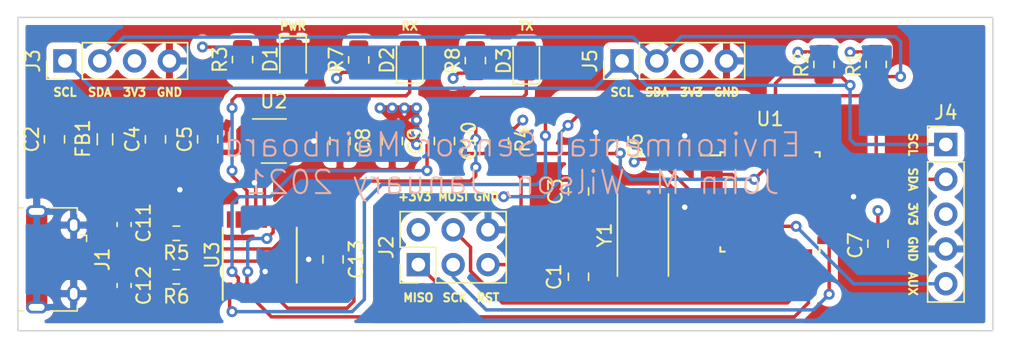
<source format=kicad_pcb>
(kicad_pcb (version 20171130) (host pcbnew "(5.1.9)-1")
  (layers (0 F.Cu signal) (1 "In1.Cu_(PWR)" power) (2 "In2.Cu_(GND)" power) (31 B.Cu signal) (34 B.Paste user) (35 F.Paste user) (36 B.SilkS user) (37 F.SilkS user) (38 B.Mask user) (39 F.Mask user) (44 Edge.Cuts user))
  (net 0 "")
  (net 1 GND)
  (net 2 XTAL2)
  (net 3 XTAL1)
  (net 4 FT_VCC)
  (net 5 ~RTS)
  (net 6 ~RST)
  (net 7 D-)
  (net 8 D+)
  (net 9 FT_GND)
  (net 10 "Net-(D1-Pad2)")
  (net 11 "Net-(D2-Pad2)")
  (net 12 RX_LED)
  (net 13 TX_LED)
  (net 14 "Net-(D3-Pad2)")
  (net 15 MISO)
  (net 16 SCK)
  (net 17 MOSI)
  (net 18 SCL)
  (net 19 SDA)
  (net 20 "Net-(R5-Pad1)")
  (net 21 "Net-(R6-Pad1)")
  (net 22 "Net-(U1-Pad1)")
  (net 23 "Net-(U1-Pad3)")
  (net 24 "Net-(U1-Pad6)")
  (net 25 "Net-(U1-Pad12)")
  (net 26 "Net-(U1-Pad13)")
  (net 27 "Net-(U1-Pad14)")
  (net 28 "Net-(U1-Pad19)")
  (net 29 "Net-(U1-Pad20)")
  (net 30 "Net-(U1-Pad22)")
  (net 31 "Net-(U1-Pad23)")
  (net 32 "Net-(U1-Pad24)")
  (net 33 "Net-(U1-Pad25)")
  (net 34 "Net-(U1-Pad26)")
  (net 35 TXD)
  (net 36 RXD)
  (net 37 "Net-(U1-Pad32)")
  (net 38 "Net-(U2-Pad4)")
  (net 39 "Net-(U3-Pad6)")
  (net 40 "Net-(U3-Pad15)")
  (net 41 "Net-(U3-Pad16)")
  (net 42 "Net-(C2-Pad1)")
  (net 43 +3V3)
  (net 44 AUX)
  (net 45 "Net-(U1-Pad9)")
  (net 46 "Net-(U1-Pad10)")
  (net 47 "Net-(U1-Pad11)")
  (module Connector_PinHeader_2.54mm:PinHeader_1x05_P2.54mm_Vertical (layer F.Cu) (at 136.271 117.221)
    (fp_text reference J4 (at 0 -2.33) (layer F.SilkS))
    (fp_text value Conn_01x05)
    (pad 5 thru_hole oval (at 0 10.16) (size 1.7 1.7) (drill 1) (layers *.Cu *.Mask) (net 44 AUX))
    (pad 4 thru_hole oval (at 0 7.62) (size 1.7 1.7) (drill 1) (layers *.Cu *.Mask) (net 1 GND))
    (pad 3 thru_hole oval (at 0 5.08) (size 1.7 1.7) (drill 1) (layers *.Cu *.Mask) (net 43 +3V3))
    (pad 2 thru_hole oval (at 0 2.54) (size 1.7 1.7) (drill 1) (layers *.Cu *.Mask) (net 19 SDA))
    (pad 1 thru_hole rect (at 0 0) (size 1.7 1.7) (drill 1) (layers *.Cu *.Mask) (net 18 SCL))
  )
  (module Connector_PinHeader_2.54mm:PinHeader_1x04_P2.54mm_Vertical (layer F.Cu) (at 112.649 111.125 90)
    (fp_text reference J5 (at 0 -2.33 90) (layer F.SilkS))
    (fp_text value Conn_01x04)
    (pad 4 thru_hole oval (at 0 7.62 90) (size 1.7 1.7) (drill 1) (layers *.Cu *.Mask) (net 1 GND))
    (pad 3 thru_hole oval (at 0 5.08 90) (size 1.7 1.7) (drill 1) (layers *.Cu *.Mask) (net 43 +3V3))
    (pad 2 thru_hole oval (at 0 2.54 90) (size 1.7 1.7) (drill 1) (layers *.Cu *.Mask) (net 19 SDA))
    (pad 1 thru_hole rect (at 0 0 90) (size 1.7 1.7) (drill 1) (layers *.Cu *.Mask) (net 18 SCL))
  )
  (module Package_QFP:TQFP-32_7x7mm_P0.8mm (layer F.Cu) (at 123.444 121.412)
    (fp_text reference U1 (at 0 -6.05) (layer F.SilkS))
    (fp_text value ATmega328PB-AU)
    (pad 1 smd rect (at -4.25 -2.8) (size 1.6 0.55) (layers F.Cu F.Paste F.Mask) (net 22 "Net-(U1-Pad1)"))
    (pad 2 smd rect (at -4.25 -2) (size 1.6 0.55) (layers F.Cu F.Paste F.Mask) (net 44 AUX))
    (pad 3 smd rect (at -4.25 -1.2) (size 1.6 0.55) (layers F.Cu F.Paste F.Mask) (net 23 "Net-(U1-Pad3)"))
    (pad 4 smd rect (at -4.25 -0.4) (size 1.6 0.55) (layers F.Cu F.Paste F.Mask) (net 43 +3V3))
    (pad 5 smd rect (at -4.25 0.4) (size 1.6 0.55) (layers F.Cu F.Paste F.Mask) (net 1 GND))
    (pad 6 smd rect (at -4.25 1.2) (size 1.6 0.55) (layers F.Cu F.Paste F.Mask) (net 24 "Net-(U1-Pad6)"))
    (pad 7 smd rect (at -4.25 2) (size 1.6 0.55) (layers F.Cu F.Paste F.Mask) (net 3 XTAL1))
    (pad 8 smd rect (at -4.25 2.8) (size 1.6 0.55) (layers F.Cu F.Paste F.Mask) (net 2 XTAL2))
    (pad 9 smd rect (at -2.8 4.25 90) (size 1.6 0.55) (layers F.Cu F.Paste F.Mask) (net 45 "Net-(U1-Pad9)"))
    (pad 10 smd rect (at -2 4.25 90) (size 1.6 0.55) (layers F.Cu F.Paste F.Mask) (net 46 "Net-(U1-Pad10)"))
    (pad 11 smd rect (at -1.2 4.25 90) (size 1.6 0.55) (layers F.Cu F.Paste F.Mask) (net 47 "Net-(U1-Pad11)"))
    (pad 12 smd rect (at -0.4 4.25 90) (size 1.6 0.55) (layers F.Cu F.Paste F.Mask) (net 25 "Net-(U1-Pad12)"))
    (pad 13 smd rect (at 0.4 4.25 90) (size 1.6 0.55) (layers F.Cu F.Paste F.Mask) (net 26 "Net-(U1-Pad13)"))
    (pad 14 smd rect (at 1.2 4.25 90) (size 1.6 0.55) (layers F.Cu F.Paste F.Mask) (net 27 "Net-(U1-Pad14)"))
    (pad 15 smd rect (at 2 4.25 90) (size 1.6 0.55) (layers F.Cu F.Paste F.Mask) (net 17 MOSI))
    (pad 16 smd rect (at 2.8 4.25 90) (size 1.6 0.55) (layers F.Cu F.Paste F.Mask) (net 15 MISO))
    (pad 17 smd rect (at 4.25 2.8) (size 1.6 0.55) (layers F.Cu F.Paste F.Mask) (net 16 SCK))
    (pad 18 smd rect (at 4.25 2) (size 1.6 0.55) (layers F.Cu F.Paste F.Mask) (net 43 +3V3))
    (pad 19 smd rect (at 4.25 1.2) (size 1.6 0.55) (layers F.Cu F.Paste F.Mask) (net 28 "Net-(U1-Pad19)"))
    (pad 20 smd rect (at 4.25 0.4) (size 1.6 0.55) (layers F.Cu F.Paste F.Mask) (net 29 "Net-(U1-Pad20)"))
    (pad 21 smd rect (at 4.25 -0.4) (size 1.6 0.55) (layers F.Cu F.Paste F.Mask) (net 1 GND))
    (pad 22 smd rect (at 4.25 -1.2) (size 1.6 0.55) (layers F.Cu F.Paste F.Mask) (net 30 "Net-(U1-Pad22)"))
    (pad 23 smd rect (at 4.25 -2) (size 1.6 0.55) (layers F.Cu F.Paste F.Mask) (net 31 "Net-(U1-Pad23)"))
    (pad 24 smd rect (at 4.25 -2.8) (size 1.6 0.55) (layers F.Cu F.Paste F.Mask) (net 32 "Net-(U1-Pad24)"))
    (pad 25 smd rect (at 2.8 -4.25 90) (size 1.6 0.55) (layers F.Cu F.Paste F.Mask) (net 33 "Net-(U1-Pad25)"))
    (pad 26 smd rect (at 2 -4.25 90) (size 1.6 0.55) (layers F.Cu F.Paste F.Mask) (net 34 "Net-(U1-Pad26)"))
    (pad 27 smd rect (at 1.2 -4.25 90) (size 1.6 0.55) (layers F.Cu F.Paste F.Mask) (net 19 SDA))
    (pad 28 smd rect (at 0.4 -4.25 90) (size 1.6 0.55) (layers F.Cu F.Paste F.Mask) (net 18 SCL))
    (pad 29 smd rect (at -0.4 -4.25 90) (size 1.6 0.55) (layers F.Cu F.Paste F.Mask) (net 6 ~RST))
    (pad 30 smd rect (at -1.2 -4.25 90) (size 1.6 0.55) (layers F.Cu F.Paste F.Mask) (net 35 TXD))
    (pad 31 smd rect (at -2 -4.25 90) (size 1.6 0.55) (layers F.Cu F.Paste F.Mask) (net 36 RXD))
    (pad 32 smd rect (at -2.8 -4.25 90) (size 1.6 0.55) (layers F.Cu F.Paste F.Mask) (net 37 "Net-(U1-Pad32)"))
  )
  (module Connector_PinHeader_2.54mm:PinHeader_1x04_P2.54mm_Vertical (layer F.Cu) (at 72.009 111.125 90)
    (fp_text reference J3 (at 0 -2.33 90) (layer F.SilkS))
    (fp_text value Conn_01x04)
    (pad 1 thru_hole rect (at 0 0 90) (size 1.7 1.7) (drill 1) (layers *.Cu *.Mask) (net 18 SCL))
    (pad 2 thru_hole oval (at 0 2.54 90) (size 1.7 1.7) (drill 1) (layers *.Cu *.Mask) (net 19 SDA))
    (pad 3 thru_hole oval (at 0 5.08 90) (size 1.7 1.7) (drill 1) (layers *.Cu *.Mask) (net 43 +3V3))
    (pad 4 thru_hole oval (at 0 7.62 90) (size 1.7 1.7) (drill 1) (layers *.Cu *.Mask) (net 1 GND))
  )
  (module Capacitor_SMD:C_0603_1608Metric (layer F.Cu) (at 76.327 123.063 90)
    (fp_text reference C11 (at 0.126835 1.419762 90) (layer F.SilkS))
    (fp_text value 47pF)
    (pad 1 smd roundrect (at -0.775 0 90) (size 0.9 0.95) (layers F.Cu F.Paste F.Mask) (net 7 D-))
    (pad 2 smd roundrect (at 0.775 0 90) (size 0.9 0.95) (layers F.Cu F.Paste F.Mask) (net 1 GND))
  )
  (module Capacitor_SMD:C_0805_2012Metric (layer F.Cu) (at 99.695 116.967 90)
    (fp_text reference C10 (at 0 1.778 90) (layer F.SilkS))
    (fp_text value 0.1uF)
    (pad 2 smd roundrect (at 0.95 0 90) (size 1 1.45) (layers F.Cu F.Paste F.Mask) (net 5 ~RTS))
    (pad 1 smd roundrect (at -0.95 0 90) (size 1 1.45) (layers F.Cu F.Paste F.Mask) (net 6 ~RST))
  )
  (module Capacitor_SMD:C_0805_2012Metric (layer F.Cu) (at 115.316 117.348 90)
    (fp_text reference C6 (at 0 -1.68 90) (layer F.SilkS))
    (fp_text value 0.1uF)
    (pad 1 smd roundrect (at -0.95 0 90) (size 1 1.45) (layers F.Cu F.Paste F.Mask) (net 43 +3V3))
    (pad 2 smd roundrect (at 0.95 0 90) (size 1 1.45) (layers F.Cu F.Paste F.Mask) (net 1 GND))
  )
  (module Capacitor_SMD:C_0805_2012Metric (layer F.Cu) (at 92.075 116.967 270)
    (fp_text reference C8 (at 0 -1.68 90) (layer F.SilkS))
    (fp_text value 2.2uF)
    (pad 2 smd roundrect (at 0.95 0 270) (size 1 1.45) (layers F.Cu F.Paste F.Mask) (net 1 GND))
    (pad 1 smd roundrect (at -0.95 0 270) (size 1 1.45) (layers F.Cu F.Paste F.Mask) (net 43 +3V3))
  )
  (module Capacitor_SMD:C_0805_2012Metric (layer F.Cu) (at 109.474 120.65 90)
    (fp_text reference C3 (at 0 -1.68 90) (layer F.SilkS))
    (fp_text value 18p)
    (pad 2 smd roundrect (at 0.95 0 90) (size 1 1.45) (layers F.Cu F.Paste F.Mask) (net 1 GND))
    (pad 1 smd roundrect (at -0.95 0 90) (size 1 1.45) (layers F.Cu F.Paste F.Mask) (net 3 XTAL1))
  )
  (module Capacitor_SMD:C_0805_2012Metric (layer F.Cu) (at 95.885 116.967 270)
    (fp_text reference C9 (at 0 -1.68 90) (layer F.SilkS))
    (fp_text value 0.1uF)
    (pad 1 smd roundrect (at -0.95 0 270) (size 1 1.45) (layers F.Cu F.Paste F.Mask) (net 43 +3V3))
    (pad 2 smd roundrect (at 0.95 0 270) (size 1 1.45) (layers F.Cu F.Paste F.Mask) (net 1 GND))
  )
  (module Package_SO:SSOP-16_3.9x4.9mm_P0.635mm (layer F.Cu) (at 86.244068 125.294513 90)
    (fp_text reference U3 (at 0 -3.5 90) (layer F.SilkS))
    (fp_text value FT230XS)
    (pad 1 smd rect (at -2.6 -2.2225 90) (size 1.2 0.4) (layers F.Cu F.Paste F.Mask) (net 35 TXD))
    (pad 2 smd rect (at -2.6 -1.5875 90) (size 1.2 0.4) (layers F.Cu F.Paste F.Mask) (net 5 ~RTS))
    (pad 3 smd rect (at -2.6 -0.9525 90) (size 1.2 0.4) (layers F.Cu F.Paste F.Mask) (net 9 FT_GND))
    (pad 4 smd rect (at -2.6 -0.3175 90) (size 1.2 0.4) (layers F.Cu F.Paste F.Mask) (net 36 RXD))
    (pad 5 smd rect (at -2.6 0.3175 90) (size 1.2 0.4) (layers F.Cu F.Paste F.Mask) (net 1 GND))
    (pad 6 smd rect (at -2.6 0.9525 90) (size 1.2 0.4) (layers F.Cu F.Paste F.Mask) (net 39 "Net-(U3-Pad6)"))
    (pad 7 smd rect (at -2.6 1.5875 90) (size 1.2 0.4) (layers F.Cu F.Paste F.Mask) (net 13 TX_LED))
    (pad 8 smd rect (at -2.6 2.2225 90) (size 1.2 0.4) (layers F.Cu F.Paste F.Mask) (net 21 "Net-(R6-Pad1)"))
    (pad 9 smd rect (at 2.6 2.2225 90) (size 1.2 0.4) (layers F.Cu F.Paste F.Mask) (net 20 "Net-(R5-Pad1)"))
    (pad 10 smd rect (at 2.6 1.5875 90) (size 1.2 0.4) (layers F.Cu F.Paste F.Mask) (net 9 FT_GND))
    (pad 11 smd rect (at 2.6 0.9525 90) (size 1.2 0.4) (layers F.Cu F.Paste F.Mask) (net 9 FT_GND))
    (pad 12 smd rect (at 2.6 0.3175 90) (size 1.2 0.4) (layers F.Cu F.Paste F.Mask) (net 4 FT_VCC))
    (pad 13 smd rect (at 2.6 -0.3175 90) (size 1.2 0.4) (layers F.Cu F.Paste F.Mask) (net 1 GND))
    (pad 14 smd rect (at 2.6 -0.9525 90) (size 1.2 0.4) (layers F.Cu F.Paste F.Mask) (net 12 RX_LED))
    (pad 15 smd rect (at 2.6 -1.5875 90) (size 1.2 0.4) (layers F.Cu F.Paste F.Mask) (net 40 "Net-(U3-Pad15)"))
    (pad 16 smd rect (at 2.6 -2.2225 90) (size 1.2 0.4) (layers F.Cu F.Paste F.Mask) (net 41 "Net-(U3-Pad16)"))
  )
  (module Capacitor_SMD:C_0805_2012Metric (layer F.Cu) (at 109.474 126.873 270)
    (fp_text reference C1 (at 0 1.778 90) (layer F.SilkS))
    (fp_text value 18p)
    (pad 1 smd roundrect (at -0.95 0 270) (size 1 1.45) (layers F.Cu F.Paste F.Mask) (net 2 XTAL2))
    (pad 2 smd roundrect (at 0.95 0 270) (size 1 1.45) (layers F.Cu F.Paste F.Mask) (net 1 GND))
  )
  (module Capacitor_SMD:C_0805_2012Metric (layer F.Cu) (at 71.247 116.84 90)
    (fp_text reference C2 (at 0 -1.651 90) (layer F.SilkS))
    (fp_text value 0.01uF)
    (pad 1 smd roundrect (at -0.95 0 90) (size 1 1.45) (layers F.Cu F.Paste F.Mask) (net 42 "Net-(C2-Pad1)"))
    (pad 2 smd roundrect (at 0.95 0 90) (size 1 1.45) (layers F.Cu F.Paste F.Mask) (net 1 GND))
  )
  (module Capacitor_SMD:C_0805_2012Metric (layer F.Cu) (at 78.613 116.84 90)
    (fp_text reference C4 (at 0 -1.68 90) (layer F.SilkS))
    (fp_text value 0.1uF)
    (pad 2 smd roundrect (at 0.95 0 90) (size 1 1.45) (layers F.Cu F.Paste F.Mask) (net 1 GND))
    (pad 1 smd roundrect (at -0.95 0 90) (size 1 1.45) (layers F.Cu F.Paste F.Mask) (net 4 FT_VCC))
  )
  (module Capacitor_SMD:C_0805_2012Metric (layer F.Cu) (at 82.423 116.84 90)
    (fp_text reference C5 (at 0 -1.68 90) (layer F.SilkS))
    (fp_text value 4.7uF)
    (pad 1 smd roundrect (at -0.95 0 90) (size 1 1.45) (layers F.Cu F.Paste F.Mask) (net 4 FT_VCC))
    (pad 2 smd roundrect (at 0.95 0 90) (size 1 1.45) (layers F.Cu F.Paste F.Mask) (net 1 GND))
  )
  (module Capacitor_SMD:C_0805_2012Metric (layer F.Cu) (at 131.318 124.46 270)
    (fp_text reference C7 (at 0.127 1.651 90) (layer F.SilkS))
    (fp_text value 0.1uF)
    (pad 2 smd roundrect (at 0.95 0 270) (size 1 1.45) (layers F.Cu F.Paste F.Mask) (net 1 GND))
    (pad 1 smd roundrect (at -0.95 0 270) (size 1 1.45) (layers F.Cu F.Paste F.Mask) (net 43 +3V3))
  )
  (module Crystal:Crystal_SMD_Abracon_ABM7-2Pin_6.0x3.5mm (layer F.Cu) (at 114.173 123.825 90)
    (fp_text reference Y1 (at 0 -2.794 90) (layer F.SilkS))
    (fp_text value "8 MHz")
    (pad 2 smd rect (at 2.15 0 90) (size 1.9 2.6) (layers F.Cu F.Paste F.Mask) (net 3 XTAL1))
    (pad 1 smd rect (at -2.15 0 90) (size 1.9 2.6) (layers F.Cu F.Paste F.Mask) (net 2 XTAL2))
  )
  (module Resistor_SMD:R_0805_2012Metric (layer F.Cu) (at 101.951959 111.102209 270)
    (fp_text reference R8 (at 0 1.651 90) (layer F.SilkS))
    (fp_text value 1K)
    (pad 2 smd roundrect (at 0.9125 0 270) (size 1.025 1.4) (layers F.Cu F.Paste F.Mask) (roundrect_rratio 0.243902) (net 43 +3V3))
    (pad 1 smd roundrect (at -0.9125 0 270) (size 1.025 1.4) (layers F.Cu F.Paste F.Mask) (roundrect_rratio 0.243902) (net 14 "Net-(D3-Pad2)"))
  )
  (module Resistor_SMD:R_0805_2012Metric (layer F.Cu) (at 93.441802 111.04433 270)
    (fp_text reference R7 (at 0 1.651 90) (layer F.SilkS))
    (fp_text value 1K)
    (pad 1 smd roundrect (at -0.9125 0 270) (size 1.025 1.4) (layers F.Cu F.Paste F.Mask) (roundrect_rratio 0.243902) (net 11 "Net-(D2-Pad2)"))
    (pad 2 smd roundrect (at 0.9125 0 270) (size 1.025 1.4) (layers F.Cu F.Paste F.Mask) (roundrect_rratio 0.243902) (net 43 +3V3))
  )
  (module Package_TO_SOT_SMD:SOT-23-5 (layer F.Cu) (at 87.249 116.967)
    (fp_text reference U2 (at 0 -2.9) (layer F.SilkS))
    (fp_text value TLV70033_SOT23-5)
    (pad 1 smd rect (at -1.1 -0.95) (size 1.06 0.65) (layers F.Cu F.Paste F.Mask) (net 4 FT_VCC))
    (pad 2 smd rect (at -1.1 0) (size 1.06 0.65) (layers F.Cu F.Paste F.Mask) (net 1 GND))
    (pad 3 smd rect (at -1.1 0.95) (size 1.06 0.65) (layers F.Cu F.Paste F.Mask) (net 4 FT_VCC))
    (pad 4 smd rect (at 1.1 0.95) (size 1.06 0.65) (layers F.Cu F.Paste F.Mask) (net 38 "Net-(U2-Pad4)"))
    (pad 5 smd rect (at 1.1 -0.95) (size 1.06 0.65) (layers F.Cu F.Paste F.Mask) (net 43 +3V3))
  )
  (module Resistor_SMD:R_0805_2012Metric (layer F.Cu) (at 131.191 111.379 90)
    (fp_text reference R1 (at 0 -1.65 90) (layer F.SilkS))
    (fp_text value 4.7K)
    (pad 1 smd roundrect (at -0.9125 0 90) (size 1.025 1.4) (layers F.Cu F.Paste F.Mask) (roundrect_rratio 0.243902) (net 19 SDA))
    (pad 2 smd roundrect (at 0.9125 0 90) (size 1.025 1.4) (layers F.Cu F.Paste F.Mask) (roundrect_rratio 0.243902) (net 43 +3V3))
  )
  (module Resistor_SMD:R_0805_2012Metric (layer F.Cu) (at 127.381 111.379 90)
    (fp_text reference R2 (at 0 -1.651 90) (layer F.SilkS))
    (fp_text value 4.7K)
    (pad 2 smd roundrect (at 0.9125 0 90) (size 1.025 1.4) (layers F.Cu F.Paste F.Mask) (roundrect_rratio 0.243902) (net 43 +3V3))
    (pad 1 smd roundrect (at -0.9125 0 90) (size 1.025 1.4) (layers F.Cu F.Paste F.Mask) (roundrect_rratio 0.243902) (net 18 SCL))
  )
  (module Resistor_SMD:R_0805_2012Metric (layer F.Cu) (at 103.632 116.967 90)
    (fp_text reference R4 (at 0.127 1.778 90) (layer F.SilkS))
    (fp_text value 10K)
    (pad 1 smd roundrect (at -0.9125 0 90) (size 1.025 1.4) (layers F.Cu F.Paste F.Mask) (roundrect_rratio 0.243902) (net 6 ~RST))
    (pad 2 smd roundrect (at 0.9125 0 90) (size 1.025 1.4) (layers F.Cu F.Paste F.Mask) (roundrect_rratio 0.243902) (net 43 +3V3))
  )
  (module Resistor_SMD:R_0603_1608Metric (layer F.Cu) (at 80.137 123.698 180)
    (fp_text reference R5 (at 0 -1.43) (layer F.SilkS))
    (fp_text value 27R)
    (pad 2 smd roundrect (at 0.825 0 180) (size 0.8 0.95) (layers F.Cu F.Paste F.Mask) (net 7 D-))
    (pad 1 smd roundrect (at -0.825 0 180) (size 0.8 0.95) (layers F.Cu F.Paste F.Mask) (net 20 "Net-(R5-Pad1)"))
  )
  (module Resistor_SMD:R_0805_2012Metric (layer F.Cu) (at 84.964734 111.026242 90)
    (fp_text reference R3 (at 0 -1.65 90) (layer F.SilkS))
    (fp_text value 1K)
    (pad 2 smd roundrect (at 0.9125 0 90) (size 1.025 1.4) (layers F.Cu F.Paste F.Mask) (roundrect_rratio 0.243902) (net 43 +3V3))
    (pad 1 smd roundrect (at -0.9125 0 90) (size 1.025 1.4) (layers F.Cu F.Paste F.Mask) (roundrect_rratio 0.243902) (net 10 "Net-(D1-Pad2)"))
  )
  (module Resistor_SMD:R_0603_1608Metric (layer F.Cu) (at 80.137 126.873 180)
    (fp_text reference R6 (at 0 -1.43) (layer F.SilkS))
    (fp_text value 27R)
    (pad 1 smd roundrect (at -0.825 0 180) (size 0.8 0.95) (layers F.Cu F.Paste F.Mask) (net 21 "Net-(R6-Pad1)"))
    (pad 2 smd roundrect (at 0.825 0 180) (size 0.8 0.95) (layers F.Cu F.Paste F.Mask) (net 8 D+))
  )
  (module LED_SMD:LED_0805_2012Metric (layer F.Cu) (at 88.646 110.998 270)
    (fp_text reference D1 (at 0 1.651 90) (layer F.SilkS))
    (fp_text value PWR)
    (pad 1 smd roundrect (at -0.9375 0 270) (size 0.975 1.4) (layers F.Cu F.Paste F.Mask) (net 1 GND))
    (pad 2 smd roundrect (at 0.9375 0 270) (size 0.975 1.4) (layers F.Cu F.Paste F.Mask) (net 10 "Net-(D1-Pad2)"))
  )
  (module LED_SMD:LED_0805_2012Metric (layer F.Cu) (at 97.155 111.0765 90)
    (fp_text reference D2 (at 0 -1.65 90) (layer F.SilkS))
    (fp_text value "LED RX")
    (pad 2 smd roundrect (at 0.9375 0 90) (size 0.975 1.4) (layers F.Cu F.Paste F.Mask) (net 11 "Net-(D2-Pad2)"))
    (pad 1 smd roundrect (at -0.9375 0 90) (size 0.975 1.4) (layers F.Cu F.Paste F.Mask) (net 12 RX_LED))
  )
  (module LED_SMD:LED_0805_2012Metric (layer F.Cu) (at 105.664 111.125 90)
    (fp_text reference D3 (at 0 -1.65 90) (layer F.SilkS))
    (fp_text value "LED TX")
    (pad 1 smd roundrect (at -0.9375 0 90) (size 0.975 1.4) (layers F.Cu F.Paste F.Mask) (net 13 TX_LED))
    (pad 2 smd roundrect (at 0.9375 0 90) (size 0.975 1.4) (layers F.Cu F.Paste F.Mask) (net 14 "Net-(D3-Pad2)"))
  )
  (module Connector_USB:USB_Micro-B_Amphenol_10118194_Horizontal (layer F.Cu) (at 71.247 125.603 270)
    (fp_text reference J1 (at 0 -3.5 90) (layer F.SilkS))
    (fp_text value USB_B_Micro)
    (pad 1 smd rect (at -1.3 -1.4 270) (size 0.4 1.35) (layers F.Cu F.Paste F.Mask) (net 42 "Net-(C2-Pad1)"))
    (pad 2 smd rect (at -0.65 -1.4 270) (size 0.4 1.35) (layers F.Cu F.Paste F.Mask) (net 7 D-))
    (pad 3 smd rect (at 0 -1.4 270) (size 0.4 1.35) (layers F.Cu F.Paste F.Mask) (net 8 D+))
    (pad 4 smd rect (at 0.65 -1.4 270) (size 0.4 1.35) (layers F.Cu F.Paste F.Mask) (net 1 GND))
    (pad 5 smd rect (at 1.3 -1.4 270) (size 0.4 1.35) (layers F.Cu F.Paste F.Mask) (net 1 GND))
    (pad 6 thru_hole oval (at -2.5 -1.4 270) (size 1.25 0.95) (drill oval 0.85 0.55) (layers *.Cu *.Mask) (net 1 GND))
    (pad 6 thru_hole oval (at 2.5 -1.4 270) (size 1.25 0.95) (drill oval 0.85 0.55) (layers *.Cu *.Mask) (net 1 GND))
    (pad 6 smd rect (at -1 1.3 270) (size 1.5 1.55) (layers F.Cu F.Paste F.Mask) (net 1 GND))
    (pad 6 smd rect (at 1 1.3 270) (size 1.5 1.55) (layers F.Cu F.Paste F.Mask) (net 1 GND))
    (pad 6 smd rect (at -2.9 1.3 270) (size 1.2 1.55) (layers F.Cu F.Paste F.Mask) (net 1 GND))
    (pad 6 smd rect (at 2.9 1.3 270) (size 1.2 1.55) (layers F.Cu F.Paste F.Mask) (net 1 GND))
    (pad 6 thru_hole oval (at -3.5 1.3 270) (size 0.89 1.55) (drill oval 0.5 1.15) (layers *.Cu *.Mask) (net 1 GND))
    (pad 6 thru_hole oval (at 3.5 1.3 270) (size 0.89 1.55) (drill oval 0.5 1.15) (layers *.Cu *.Mask) (net 1 GND))
  )
  (module Capacitor_SMD:C_0603_1608Metric (layer F.Cu) (at 76.327 127.508 270)
    (fp_text reference C12 (at 0 -1.43 90) (layer F.SilkS))
    (fp_text value 47pF)
    (pad 2 smd roundrect (at 0.775 0 270) (size 0.9 0.95) (layers F.Cu F.Paste F.Mask) (net 1 GND))
    (pad 1 smd roundrect (at -0.775 0 270) (size 0.9 0.95) (layers F.Cu F.Paste F.Mask) (net 8 D+))
  )
  (module Capacitor_SMD:C_0805_2012Metric (layer F.Cu) (at 91.567 125.603 270)
    (fp_text reference C13 (at 0 -1.68 90) (layer F.SilkS))
    (fp_text value 0.1uF)
    (pad 1 smd roundrect (at -0.95 0 270) (size 1 1.45) (layers F.Cu F.Paste F.Mask) (net 9 FT_GND))
    (pad 2 smd roundrect (at 0.95 0 270) (size 1 1.45) (layers F.Cu F.Paste F.Mask) (net 1 GND))
  )
  (module Inductor_SMD:L_0805_2012Metric (layer F.Cu) (at 74.93 116.84 270)
    (fp_text reference FB1 (at -0.047794 1.614475 270) (layer F.SilkS))
    (fp_text value Ferrite_Bead_Small)
    (pad 1 smd roundrect (at -1.0625 0 270) (size 0.875 1.2) (layers F.Cu F.Paste F.Mask) (net 4 FT_VCC))
    (pad 2 smd roundrect (at 1.0625 0 270) (size 0.875 1.2) (layers F.Cu F.Paste F.Mask) (net 42 "Net-(C2-Pad1)"))
  )
  (module Connector_PinHeader_2.54mm:PinHeader_2x03_P2.54mm_Vertical (layer F.Cu) (at 97.79 125.984 90)
    (fp_text reference J2 (at 1.27 -2.33 90) (layer F.SilkS))
    (fp_text value AVR-ISP-6)
    (pad 1 thru_hole rect (at 0 0 90) (size 1.7 1.7) (drill 1) (layers *.Cu *.Mask) (net 15 MISO))
    (pad 2 thru_hole oval (at 2.54 0 90) (size 1.7 1.7) (drill 1) (layers *.Cu *.Mask) (net 43 +3V3))
    (pad 3 thru_hole oval (at 0 2.54 90) (size 1.7 1.7) (drill 1) (layers *.Cu *.Mask) (net 16 SCK))
    (pad 4 thru_hole oval (at 2.54 2.54 90) (size 1.7 1.7) (drill 1) (layers *.Cu *.Mask) (net 17 MOSI))
    (pad 5 thru_hole oval (at 0 5.08 90) (size 1.7 1.7) (drill 1) (layers *.Cu *.Mask) (net 6 ~RST))
    (pad 6 thru_hole oval (at 2.54 5.08 90) (size 1.7 1.7) (drill 1) (layers *.Cu *.Mask) (net 1 GND))
  )
  (gr_text SCL (at 112.649 113.411) (layer F.SilkS) (effects (font (size 0.6 0.6))))
  (gr_text "Environmental Sensor Mainboard\nJohn M. Wilson, January 2021" (at 104.648 118.618) (layer B.SilkS) (effects (font (size 1.7 1.7)) (justify mirror)))
  (gr_text GND (at 102.743 121.031) (layer F.SilkS) (effects (font (size 0.6 0.6))))
  (gr_text MOSI (at 100.33 121.031) (layer F.SilkS) (effects (font (size 0.6 0.6))))
  (gr_text +3V3 (at 97.536 121.031) (layer F.SilkS) (effects (font (size 0.6 0.6))))
  (gr_text RST (at 102.87 128.397) (layer F.SilkS) (effects (font (size 0.6 0.6))))
  (gr_text SCK (at 100.457 128.397) (layer F.SilkS) (effects (font (size 0.6 0.6))))
  (gr_text MISO (at 97.79 128.397) (layer F.SilkS) (effects (font (size 0.6 0.6))))
  (gr_text TX (at 105.664 108.585) (layer F.SilkS) (effects (font (size 0.6 0.6))))
  (gr_text RX (at 97.155 108.585) (layer F.SilkS) (effects (font (size 0.6 0.6))))
  (gr_text PWR (at 88.646 108.585) (layer F.SilkS) (effects (font (size 0.6 0.6))))
  (gr_text AUX (at 133.858 127.381 270) (layer F.SilkS) (effects (font (size 0.6 0.6))))
  (gr_text GND (at 133.858 124.841 270) (layer F.SilkS) (effects (font (size 0.6 0.6))))
  (gr_text 3V3 (at 133.858 122.301 270) (layer F.SilkS) (effects (font (size 0.6 0.6))))
  (gr_text SDA (at 133.858 119.761 270) (layer F.SilkS) (effects (font (size 0.6 0.6))))
  (gr_text SCL (at 133.858 117.221 270) (layer F.SilkS) (effects (font (size 0.6 0.6))))
  (gr_text GND (at 120.269 113.411) (layer F.SilkS) (effects (font (size 0.6 0.6))))
  (gr_text 3V3 (at 117.729 113.411) (layer F.SilkS) (effects (font (size 0.6 0.6))))
  (gr_text SDA (at 115.189 113.411) (layer F.SilkS) (effects (font (size 0.6 0.6))))
  (gr_text GND (at 79.629 113.411) (layer F.SilkS) (effects (font (size 0.6 0.6))))
  (gr_text 3V3 (at 77.089 113.411) (layer F.SilkS) (effects (font (size 0.6 0.6))))
  (gr_text SDA (at 74.549 113.411) (layer F.SilkS) (effects (font (size 0.6 0.6))))
  (gr_text SCL (at 72.009 113.411) (layer F.SilkS) (effects (font (size 0.6 0.6))))
  (gr_line (start 139.7 107.95) (end 139.7 130.81) (layer Edge.Cuts) (width 0.1))
  (gr_line (start 68.58 107.95) (end 139.7 107.95) (layer Edge.Cuts) (width 0.1))
  (gr_line (start 139.7 130.81) (end 68.58 130.81) (layer Edge.Cuts) (width 0.1))
  (gr_line (start 68.58 130.81) (end 68.58 107.95) (layer Edge.Cuts) (width 0.1))
  (via (at 90.17 116.967) (size 0.8) (drill 0.4) (layers F.Cu B.Cu) (net 1))
  (segment (start 86.149 116.967) (end 90.17 116.967) (width 0.4) (layer F.Cu) (net 1))
  (segment (start 72.647 126.253) (end 72.647 126.903) (width 0.4) (layer F.Cu) (net 1))
  (segment (start 129.521 121.012) (end 129.54 121.031) (width 0.25) (layer F.Cu) (net 1))
  (via (at 129.54 121.031) (size 0.8) (drill 0.4) (layers F.Cu B.Cu) (net 1))
  (segment (start 127.694 121.012) (end 129.521 121.012) (width 0.25) (layer F.Cu) (net 1))
  (via (at 117.221 121.793) (size 0.8) (drill 0.4) (layers F.Cu B.Cu) (net 1))
  (segment (start 117.24 121.812) (end 117.221 121.793) (width 0.25) (layer F.Cu) (net 1))
  (segment (start 119.194 121.812) (end 117.24 121.812) (width 0.25) (layer F.Cu) (net 1))
  (via (at 86.614 126.492) (size 0.8) (drill 0.4) (layers F.Cu B.Cu) (net 1))
  (segment (start 86.561568 126.544432) (end 86.614 126.492) (width 0.25) (layer F.Cu) (net 1))
  (segment (start 86.561568 127.894513) (end 86.561568 126.544432) (width 0.25) (layer F.Cu) (net 1))
  (via (at 85.836568 120.015) (size 0.8) (drill 0.4) (layers F.Cu B.Cu) (net 1))
  (segment (start 85.926568 120.105) (end 85.836568 120.015) (width 0.25) (layer F.Cu) (net 1))
  (segment (start 85.926568 122.694513) (end 85.926568 120.105) (width 0.25) (layer F.Cu) (net 1))
  (via (at 80.391 120.523) (size 0.8) (drill 0.4) (layers F.Cu B.Cu) (net 1))
  (via (at 89.789 125.603) (size 0.8) (drill 0.4) (layers F.Cu B.Cu) (net 1))
  (via (at 117.221 116.586) (size 0.8) (drill 0.4) (layers F.Cu B.Cu) (net 1))
  (via (at 110.744 116.332) (size 0.8) (drill 0.4) (layers F.Cu B.Cu) (net 1))
  (segment (start 115.936 124.212) (end 114.173 125.975) (width 0.25) (layer F.Cu) (net 2))
  (segment (start 119.194 124.212) (end 115.936 124.212) (width 0.25) (layer F.Cu) (net 2))
  (segment (start 109.526 125.975) (end 109.474 125.923) (width 0.25) (layer F.Cu) (net 2))
  (segment (start 114.173 125.975) (end 109.526 125.975) (width 0.25) (layer F.Cu) (net 2))
  (segment (start 115.91 123.412) (end 114.173 121.675) (width 0.25) (layer F.Cu) (net 3))
  (segment (start 119.194 123.412) (end 115.91 123.412) (width 0.25) (layer F.Cu) (net 3))
  (segment (start 109.549 121.675) (end 109.474 121.6) (width 0.25) (layer F.Cu) (net 3))
  (segment (start 114.173 121.675) (end 109.549 121.675) (width 0.25) (layer F.Cu) (net 3))
  (segment (start 85.024 117.917) (end 84.709 117.602) (width 0.4) (layer F.Cu) (net 4))
  (segment (start 86.149 117.917) (end 85.024 117.917) (width 0.4) (layer F.Cu) (net 4))
  (segment (start 77.15 117.79) (end 78.613 117.79) (width 0.4) (layer F.Cu) (net 4))
  (segment (start 84.709 117.602) (end 84.709 116.205) (width 0.4) (layer F.Cu) (net 4))
  (segment (start 84.709 116.205) (end 84.897 116.017) (width 0.4) (layer F.Cu) (net 4))
  (segment (start 76.2805 115.7775) (end 76.708 116.205) (width 0.4) (layer F.Cu) (net 4))
  (segment (start 84.897 116.017) (end 86.149 116.017) (width 0.4) (layer F.Cu) (net 4))
  (segment (start 84.521 117.79) (end 84.709 117.602) (width 0.4) (layer F.Cu) (net 4))
  (segment (start 78.613 117.79) (end 82.423 117.79) (width 0.4) (layer F.Cu) (net 4))
  (segment (start 76.708 117.348) (end 77.15 117.79) (width 0.4) (layer F.Cu) (net 4))
  (segment (start 74.93 115.7775) (end 76.2805 115.7775) (width 0.4) (layer F.Cu) (net 4))
  (segment (start 76.708 116.205) (end 76.708 117.348) (width 0.4) (layer F.Cu) (net 4))
  (segment (start 82.423 117.79) (end 84.521 117.79) (width 0.4) (layer F.Cu) (net 4))
  (segment (start 86.561568 118.329568) (end 86.561568 122.694513) (width 0.25) (layer F.Cu) (net 4))
  (segment (start 86.149 117.917) (end 86.561568 118.329568) (width 0.25) (layer F.Cu) (net 4))
  (via (at 84.201 126.492) (size 0.8) (drill 0.4) (layers F.Cu B.Cu) (net 5))
  (segment (start 84.656568 126.947568) (end 84.201 126.492) (width 0.25) (layer F.Cu) (net 5))
  (segment (start 84.656568 127.894513) (end 84.656568 126.947568) (width 0.25) (layer F.Cu) (net 5))
  (segment (start 99.695 116.017) (end 98.425 117.287) (width 0.25) (layer F.Cu) (net 5))
  (segment (start 98.425 117.287) (end 98.425 119.126) (width 0.25) (layer F.Cu) (net 5))
  (via (at 98.425 119.126) (size 0.8) (drill 0.4) (layers F.Cu B.Cu) (net 5))
  (segment (start 88.9 119.126) (end 98.425 119.126) (width 0.25) (layer B.Cu) (net 5))
  (segment (start 86.995 121.031) (end 88.9 119.126) (width 0.25) (layer B.Cu) (net 5))
  (segment (start 84.709 121.031) (end 86.995 121.031) (width 0.25) (layer B.Cu) (net 5))
  (segment (start 84.201 121.539) (end 84.709 121.031) (width 0.25) (layer B.Cu) (net 5))
  (segment (start 84.201 126.492) (end 84.201 121.539) (width 0.25) (layer B.Cu) (net 5))
  (segment (start 99.7325 117.8795) (end 99.695 117.917) (width 0.25) (layer F.Cu) (net 6))
  (segment (start 103.632 117.8795) (end 99.7325 117.8795) (width 0.25) (layer F.Cu) (net 6))
  (via (at 112.522 117.856) (size 0.8) (drill 0.4) (layers F.Cu B.Cu) (net 6))
  (segment (start 112.4985 117.8795) (end 112.522 117.856) (width 0.25) (layer F.Cu) (net 6))
  (segment (start 103.632 117.8795) (end 112.4985 117.8795) (width 0.25) (layer F.Cu) (net 6))
  (segment (start 104.775 125.984) (end 102.87 125.984) (width 0.25) (layer F.Cu) (net 6))
  (segment (start 105.283 125.476) (end 104.775 125.984) (width 0.25) (layer F.Cu) (net 6))
  (segment (start 105.283 119.634) (end 105.283 125.476) (width 0.25) (layer F.Cu) (net 6))
  (segment (start 104.013 119.126) (end 104.775 119.126) (width 0.25) (layer F.Cu) (net 6))
  (segment (start 104.775 119.126) (end 105.283 119.634) (width 0.25) (layer F.Cu) (net 6))
  (segment (start 103.632 118.745) (end 104.013 119.126) (width 0.25) (layer F.Cu) (net 6))
  (segment (start 103.632 117.8795) (end 103.632 118.745) (width 0.25) (layer F.Cu) (net 6))
  (segment (start 113.284 119.761) (end 122.301 119.761) (width 0.25) (layer B.Cu) (net 6))
  (segment (start 112.522 118.999) (end 113.284 119.761) (width 0.25) (layer B.Cu) (net 6))
  (segment (start 112.522 117.856) (end 112.522 118.999) (width 0.25) (layer B.Cu) (net 6))
  (segment (start 123.044 119.018) (end 122.301 119.761) (width 0.25) (layer F.Cu) (net 6))
  (segment (start 123.044 117.162) (end 123.044 119.018) (width 0.25) (layer F.Cu) (net 6))
  (via (at 122.301 119.761) (size 0.8) (drill 0.4) (layers F.Cu B.Cu) (net 6))
  (segment (start 79.172 123.838) (end 79.312 123.698) (width 0.25) (layer F.Cu) (net 7))
  (segment (start 75.212 124.953) (end 76.327 123.838) (width 0.25) (layer F.Cu) (net 7))
  (segment (start 76.327 123.838) (end 79.172 123.838) (width 0.25) (layer F.Cu) (net 7))
  (segment (start 72.647 124.953) (end 75.212 124.953) (width 0.25) (layer F.Cu) (net 7))
  (segment (start 76.327 126.733) (end 79.172 126.733) (width 0.25) (layer F.Cu) (net 8))
  (segment (start 79.172 126.733) (end 79.312 126.873) (width 0.25) (layer F.Cu) (net 8))
  (segment (start 72.647 125.603) (end 75.197 125.603) (width 0.25) (layer F.Cu) (net 8))
  (segment (start 75.197 125.603) (end 76.327 126.733) (width 0.25) (layer F.Cu) (net 8))
  (segment (start 87.196568 122.694513) (end 87.831568 122.694513) (width 0.25) (layer F.Cu) (net 9))
  (via (at 85.344 126.492) (size 0.8) (drill 0.4) (layers F.Cu B.Cu) (net 9))
  (segment (start 85.291568 126.544432) (end 85.344 126.492) (width 0.25) (layer F.Cu) (net 9))
  (segment (start 85.291568 127.894513) (end 85.291568 126.544432) (width 0.25) (layer F.Cu) (net 9))
  (segment (start 85.344 126.492) (end 85.344 124.333) (width 0.25) (layer B.Cu) (net 9))
  (via (at 86.741 124.079) (size 0.8) (drill 0.4) (layers F.Cu B.Cu) (net 9))
  (segment (start 85.598 124.079) (end 86.741 124.079) (width 0.25) (layer B.Cu) (net 9))
  (segment (start 85.344 124.333) (end 85.598 124.079) (width 0.25) (layer B.Cu) (net 9))
  (segment (start 87.196568 123.623432) (end 87.196568 122.694513) (width 0.25) (layer F.Cu) (net 9))
  (segment (start 86.741 124.079) (end 87.196568 123.623432) (width 0.25) (layer F.Cu) (net 9))
  (segment (start 91.567 121.92) (end 91.567 124.653) (width 0.25) (layer F.Cu) (net 9))
  (segment (start 91.186 121.539) (end 91.567 121.92) (width 0.25) (layer F.Cu) (net 9))
  (segment (start 88.137081 121.539) (end 91.186 121.539) (width 0.25) (layer F.Cu) (net 9))
  (segment (start 87.831568 121.844513) (end 88.137081 121.539) (width 0.25) (layer F.Cu) (net 9))
  (segment (start 87.831568 122.694513) (end 87.831568 121.844513) (width 0.25) (layer F.Cu) (net 9))
  (segment (start 88.642758 111.938742) (end 88.646 111.9355) (width 0.25) (layer F.Cu) (net 10))
  (segment (start 84.964734 111.938742) (end 88.642758 111.938742) (width 0.25) (layer F.Cu) (net 10))
  (segment (start 97.14783 110.13183) (end 97.155 110.139) (width 0.25) (layer F.Cu) (net 11))
  (segment (start 93.441802 110.13183) (end 97.14783 110.13183) (width 0.25) (layer F.Cu) (net 11))
  (via (at 84.201 114.554) (size 0.8) (drill 0.4) (layers F.Cu B.Cu) (net 12))
  (via (at 84.201 119.126) (size 0.8) (drill 0.4) (layers F.Cu B.Cu) (net 12))
  (segment (start 84.201 114.554) (end 84.201 119.126) (width 0.25) (layer B.Cu) (net 12))
  (segment (start 85.291568 120.597568) (end 85.291568 122.694513) (width 0.25) (layer F.Cu) (net 12))
  (segment (start 84.201 119.507) (end 85.291568 120.597568) (width 0.25) (layer F.Cu) (net 12))
  (segment (start 84.201 119.126) (end 84.201 119.507) (width 0.25) (layer F.Cu) (net 12))
  (segment (start 84.5185 113.665) (end 84.201 113.9825) (width 0.25) (layer F.Cu) (net 12))
  (segment (start 96.901 113.665) (end 84.5185 113.665) (width 0.25) (layer F.Cu) (net 12))
  (segment (start 97.155 113.411) (end 96.901 113.665) (width 0.25) (layer F.Cu) (net 12))
  (segment (start 84.201 113.9825) (end 84.201 114.554) (width 0.25) (layer F.Cu) (net 12))
  (segment (start 97.155 112.014) (end 97.155 113.411) (width 0.25) (layer F.Cu) (net 12))
  (via (at 101.981 118.872) (size 0.8) (drill 0.4) (layers F.Cu B.Cu) (net 13))
  (via (at 101.981 116.84) (size 0.8) (drill 0.4) (layers F.Cu B.Cu) (net 13))
  (segment (start 101.981 118.872) (end 101.981 116.84) (width 0.25) (layer B.Cu) (net 13))
  (segment (start 101.6 119.888) (end 101.981 119.507) (width 0.25) (layer F.Cu) (net 13))
  (segment (start 93.091 121.031) (end 94.234 119.888) (width 0.25) (layer F.Cu) (net 13))
  (segment (start 93.091 128.651) (end 93.091 121.031) (width 0.25) (layer F.Cu) (net 13))
  (segment (start 92.583 129.159) (end 93.091 128.651) (width 0.25) (layer F.Cu) (net 13))
  (segment (start 101.981 119.507) (end 101.981 118.872) (width 0.25) (layer F.Cu) (net 13))
  (segment (start 94.234 119.888) (end 101.6 119.888) (width 0.25) (layer F.Cu) (net 13))
  (segment (start 88.246055 129.159) (end 92.583 129.159) (width 0.25) (layer F.Cu) (net 13))
  (segment (start 87.831568 128.744513) (end 88.246055 129.159) (width 0.25) (layer F.Cu) (net 13))
  (segment (start 87.831568 127.894513) (end 87.831568 128.744513) (width 0.25) (layer F.Cu) (net 13))
  (segment (start 105.664 113.538) (end 105.664 112.0625) (width 0.25) (layer F.Cu) (net 13))
  (segment (start 105.41 113.792) (end 105.664 113.538) (width 0.25) (layer F.Cu) (net 13))
  (segment (start 102.362 113.792) (end 105.41 113.792) (width 0.25) (layer F.Cu) (net 13))
  (segment (start 101.981 114.173) (end 102.362 113.792) (width 0.25) (layer F.Cu) (net 13))
  (segment (start 101.981 116.84) (end 101.981 114.173) (width 0.25) (layer F.Cu) (net 13))
  (segment (start 105.661791 110.189709) (end 105.664 110.1875) (width 0.25) (layer F.Cu) (net 14))
  (segment (start 101.951959 110.189709) (end 105.661791 110.189709) (width 0.25) (layer F.Cu) (net 14))
  (segment (start 126.244 128.772) (end 126.244 125.662) (width 0.25) (layer F.Cu) (net 15))
  (segment (start 125.222 129.794) (end 126.244 128.772) (width 0.25) (layer F.Cu) (net 15))
  (segment (start 101.6 129.794) (end 125.222 129.794) (width 0.25) (layer F.Cu) (net 15))
  (segment (start 97.79 125.984) (end 101.6 129.794) (width 0.25) (layer F.Cu) (net 15))
  (via (at 127.762 128.143) (size 0.8) (drill 0.4) (layers F.Cu B.Cu) (net 16))
  (segment (start 127.762 124.28) (end 127.694 124.212) (width 0.25) (layer F.Cu) (net 16))
  (segment (start 127.762 128.143) (end 127.762 124.28) (width 0.25) (layer F.Cu) (net 16))
  (segment (start 126.619 129.286) (end 127.762 128.143) (width 0.25) (layer B.Cu) (net 16))
  (segment (start 102.743 129.286) (end 126.619 129.286) (width 0.25) (layer B.Cu) (net 16))
  (segment (start 100.33 126.873) (end 102.743 129.286) (width 0.25) (layer B.Cu) (net 16))
  (segment (start 100.33 125.984) (end 100.33 126.873) (width 0.25) (layer B.Cu) (net 16))
  (segment (start 125.349 125.757) (end 125.444 125.662) (width 0.25) (layer F.Cu) (net 17))
  (segment (start 124.714 128.778) (end 125.349 128.143) (width 0.25) (layer F.Cu) (net 17))
  (segment (start 103.924998 128.778) (end 124.714 128.778) (width 0.25) (layer F.Cu) (net 17))
  (segment (start 101.6 126.453002) (end 103.924998 128.778) (width 0.25) (layer F.Cu) (net 17))
  (segment (start 101.6 124.714) (end 101.6 126.453002) (width 0.25) (layer F.Cu) (net 17))
  (segment (start 125.349 128.143) (end 125.349 125.757) (width 0.25) (layer F.Cu) (net 17))
  (segment (start 100.33 123.444) (end 101.6 124.714) (width 0.25) (layer F.Cu) (net 17))
  (segment (start 110.653999 113.120001) (end 112.649 111.125) (width 0.25) (layer B.Cu) (net 18))
  (segment (start 74.004001 113.120001) (end 110.653999 113.120001) (width 0.25) (layer B.Cu) (net 18))
  (segment (start 72.009 111.125) (end 74.004001 113.120001) (width 0.25) (layer B.Cu) (net 18))
  (via (at 129.286 112.903) (size 0.8) (drill 0.4) (layers F.Cu B.Cu) (net 18))
  (segment (start 128.6745 112.2915) (end 129.286 112.903) (width 0.25) (layer F.Cu) (net 18))
  (segment (start 127.381 112.2915) (end 128.6745 112.2915) (width 0.25) (layer F.Cu) (net 18))
  (segment (start 129.286 112.903) (end 129.286 116.84) (width 0.25) (layer B.Cu) (net 18))
  (segment (start 129.667 117.221) (end 136.271 117.221) (width 0.25) (layer B.Cu) (net 18))
  (segment (start 129.286 116.84) (end 129.667 117.221) (width 0.25) (layer B.Cu) (net 18))
  (segment (start 114.427 112.903) (end 129.286 112.903) (width 0.25) (layer B.Cu) (net 18))
  (segment (start 112.649 111.125) (end 114.427 112.903) (width 0.25) (layer B.Cu) (net 18))
  (segment (start 124.3095 112.2915) (end 127.381 112.2915) (width 0.25) (layer F.Cu) (net 18))
  (segment (start 123.844 112.757) (end 124.3095 112.2915) (width 0.25) (layer F.Cu) (net 18))
  (segment (start 123.844 117.162) (end 123.844 112.757) (width 0.25) (layer F.Cu) (net 18))
  (segment (start 131.191 113.157) (end 131.191 112.2915) (width 0.25) (layer F.Cu) (net 19))
  (segment (start 130.683 113.665) (end 131.191 113.157) (width 0.25) (layer F.Cu) (net 19))
  (segment (start 125.095 113.665) (end 130.683 113.665) (width 0.25) (layer F.Cu) (net 19))
  (segment (start 124.644 114.116) (end 125.095 113.665) (width 0.25) (layer F.Cu) (net 19))
  (segment (start 124.644 117.162) (end 124.644 114.116) (width 0.25) (layer F.Cu) (net 19))
  (segment (start 132.08 119.761) (end 136.271 119.761) (width 0.25) (layer F.Cu) (net 19))
  (segment (start 131.191 118.872) (end 132.08 119.761) (width 0.25) (layer F.Cu) (net 19))
  (segment (start 131.191 114.173) (end 131.191 118.872) (width 0.25) (layer F.Cu) (net 19))
  (segment (start 130.683 113.665) (end 131.191 114.173) (width 0.25) (layer F.Cu) (net 19))
  (via (at 132.969 112.268) (size 0.8) (drill 0.4) (layers F.Cu B.Cu) (net 19))
  (segment (start 131.2145 112.268) (end 131.191 112.2915) (width 0.25) (layer F.Cu) (net 19))
  (segment (start 132.969 112.268) (end 131.2145 112.268) (width 0.25) (layer F.Cu) (net 19))
  (segment (start 115.189 111.125) (end 116.967 109.347) (width 0.25) (layer B.Cu) (net 19))
  (segment (start 116.967 109.347) (end 132.588 109.347) (width 0.25) (layer B.Cu) (net 19))
  (segment (start 132.588 109.347) (end 132.969 109.728) (width 0.25) (layer B.Cu) (net 19))
  (segment (start 132.969 109.728) (end 132.969 112.268) (width 0.25) (layer B.Cu) (net 19))
  (segment (start 74.549 111.125) (end 76.290001 109.383999) (width 0.25) (layer B.Cu) (net 19))
  (segment (start 76.290001 109.383999) (end 113.447999 109.383999) (width 0.25) (layer B.Cu) (net 19))
  (segment (start 113.447999 109.383999) (end 115.189 111.125) (width 0.25) (layer B.Cu) (net 19))
  (segment (start 87.170081 124.841) (end 88.466568 123.544513) (width 0.25) (layer F.Cu) (net 20))
  (segment (start 88.466568 123.544513) (end 88.466568 122.694513) (width 0.25) (layer F.Cu) (net 20))
  (segment (start 80.962 123.698) (end 82.105 124.841) (width 0.25) (layer F.Cu) (net 20))
  (segment (start 82.105 124.841) (end 87.170081 124.841) (width 0.25) (layer F.Cu) (net 20))
  (segment (start 82.105 125.73) (end 87.150528 125.73) (width 0.25) (layer F.Cu) (net 21))
  (segment (start 80.962 126.873) (end 82.105 125.73) (width 0.25) (layer F.Cu) (net 21))
  (segment (start 87.150528 125.73) (end 88.466568 127.04604) (width 0.25) (layer F.Cu) (net 21))
  (segment (start 88.466568 127.04604) (end 88.466568 127.894513) (width 0.25) (layer F.Cu) (net 21))
  (via (at 84.201 129.413) (size 0.8) (drill 0.4) (layers F.Cu B.Cu) (net 35))
  (segment (start 84.021568 129.233568) (end 84.201 129.413) (width 0.25) (layer F.Cu) (net 35))
  (segment (start 84.021568 127.894513) (end 84.021568 129.233568) (width 0.25) (layer F.Cu) (net 35))
  (via (at 107.061 116.586) (size 0.8) (drill 0.4) (layers F.Cu B.Cu) (net 35))
  (segment (start 107.061 116.586) (end 107.061 115.062) (width 0.25) (layer F.Cu) (net 35))
  (segment (start 107.061 115.062) (end 108.204 113.919) (width 0.25) (layer F.Cu) (net 35))
  (segment (start 108.204 113.919) (end 121.539 113.919) (width 0.25) (layer F.Cu) (net 35))
  (segment (start 122.244 114.624) (end 122.244 117.162) (width 0.25) (layer F.Cu) (net 35))
  (segment (start 121.539 113.919) (end 122.244 114.624) (width 0.25) (layer F.Cu) (net 35))
  (segment (start 107.061 119.507) (end 107.061 116.586) (width 0.25) (layer B.Cu) (net 35))
  (segment (start 106.426 120.142) (end 107.061 119.507) (width 0.25) (layer B.Cu) (net 35))
  (segment (start 95.123 120.142) (end 106.426 120.142) (width 0.25) (layer B.Cu) (net 35))
  (segment (start 93.853 121.412) (end 95.123 120.142) (width 0.25) (layer B.Cu) (net 35))
  (segment (start 93.853 128.524) (end 93.853 121.412) (width 0.25) (layer B.Cu) (net 35))
  (segment (start 92.964 129.413) (end 93.853 128.524) (width 0.25) (layer B.Cu) (net 35))
  (segment (start 84.201 129.413) (end 92.964 129.413) (width 0.25) (layer B.Cu) (net 35))
  (via (at 104.013 121.031) (size 0.8) (drill 0.4) (layers F.Cu B.Cu) (net 36))
  (segment (start 104.013 121.031) (end 106.934 121.031) (width 0.25) (layer B.Cu) (net 36))
  (segment (start 106.934 121.031) (end 108.077 119.888) (width 0.25) (layer B.Cu) (net 36))
  (via (at 108.712 115.824) (size 0.8) (drill 0.4) (layers F.Cu B.Cu) (net 36))
  (segment (start 108.077 116.459) (end 108.712 115.824) (width 0.25) (layer B.Cu) (net 36))
  (segment (start 108.077 119.888) (end 108.077 116.459) (width 0.25) (layer B.Cu) (net 36))
  (segment (start 108.712 115.824) (end 109.601 114.935) (width 0.25) (layer F.Cu) (net 36))
  (segment (start 109.601 114.935) (end 121.031 114.935) (width 0.25) (layer F.Cu) (net 36))
  (segment (start 121.444 115.348) (end 121.444 117.162) (width 0.25) (layer F.Cu) (net 36))
  (segment (start 121.031 114.935) (end 121.444 115.348) (width 0.25) (layer F.Cu) (net 36))
  (segment (start 96.139 121.031) (end 104.013 121.031) (width 0.25) (layer F.Cu) (net 36))
  (segment (start 95.123 122.047) (end 96.139 121.031) (width 0.25) (layer F.Cu) (net 36))
  (segment (start 95.123 128.397) (end 95.123 122.047) (width 0.25) (layer F.Cu) (net 36))
  (segment (start 93.726 129.794) (end 95.123 128.397) (width 0.25) (layer F.Cu) (net 36))
  (segment (start 87.076053 129.794) (end 93.726 129.794) (width 0.25) (layer F.Cu) (net 36))
  (segment (start 85.926568 128.644515) (end 87.076053 129.794) (width 0.25) (layer F.Cu) (net 36))
  (segment (start 85.926568 127.894513) (end 85.926568 128.644515) (width 0.25) (layer F.Cu) (net 36))
  (segment (start 71.247 117.79) (end 74.8175 117.79) (width 0.4) (layer F.Cu) (net 42))
  (segment (start 71.501 120.523) (end 71.247 120.269) (width 0.4) (layer F.Cu) (net 42))
  (segment (start 74.8175 117.79) (end 74.93 117.9025) (width 0.4) (layer F.Cu) (net 42))
  (segment (start 71.247 120.269) (end 71.247 117.79) (width 0.4) (layer F.Cu) (net 42))
  (segment (start 72.647 124.303) (end 74.325 124.303) (width 0.4) (layer F.Cu) (net 42))
  (segment (start 74.325 124.303) (end 74.676 123.952) (width 0.4) (layer F.Cu) (net 42))
  (segment (start 74.295 120.523) (end 71.501 120.523) (width 0.4) (layer F.Cu) (net 42))
  (segment (start 74.676 120.904) (end 74.295 120.523) (width 0.4) (layer F.Cu) (net 42))
  (segment (start 74.676 123.952) (end 74.676 120.904) (width 0.4) (layer F.Cu) (net 42))
  (segment (start 88.349 116.017) (end 92.075 116.017) (width 0.4) (layer F.Cu) (net 43))
  (segment (start 92.075 116.017) (end 95.885 116.017) (width 0.4) (layer F.Cu) (net 43))
  (via (at 95.885 114.554) (size 0.8) (drill 0.4) (layers F.Cu B.Cu) (net 43))
  (via (at 96.774 114.554) (size 0.8) (drill 0.4) (layers F.Cu B.Cu) (net 43))
  (via (at 97.663 114.554) (size 0.8) (drill 0.4) (layers F.Cu B.Cu) (net 43))
  (via (at 97.663 115.443) (size 0.8) (drill 0.4) (layers F.Cu B.Cu) (net 43))
  (via (at 97.663 116.332) (size 0.8) (drill 0.4) (layers F.Cu B.Cu) (net 43))
  (via (at 97.663 117.221) (size 0.8) (drill 0.4) (layers F.Cu B.Cu) (net 43))
  (via (at 94.996 114.554) (size 0.8) (drill 0.4) (layers F.Cu B.Cu) (net 43))
  (segment (start 95.885 115.443) (end 94.996 114.554) (width 0.4) (layer F.Cu) (net 43))
  (segment (start 95.885 116.017) (end 95.885 114.554) (width 0.4) (layer F.Cu) (net 43))
  (segment (start 95.885 115.443) (end 96.774 114.554) (width 0.4) (layer F.Cu) (net 43))
  (segment (start 95.885 116.017) (end 95.885 115.443) (width 0.4) (layer F.Cu) (net 43))
  (segment (start 96.2 116.017) (end 97.663 114.554) (width 0.4) (layer F.Cu) (net 43))
  (segment (start 95.885 116.017) (end 96.2 116.017) (width 0.4) (layer F.Cu) (net 43))
  (segment (start 97.089 116.017) (end 97.663 115.443) (width 0.4) (layer F.Cu) (net 43))
  (segment (start 95.885 116.017) (end 97.089 116.017) (width 0.4) (layer F.Cu) (net 43))
  (segment (start 97.348 116.017) (end 97.663 116.332) (width 0.4) (layer F.Cu) (net 43))
  (segment (start 95.885 116.017) (end 97.348 116.017) (width 0.4) (layer F.Cu) (net 43))
  (segment (start 96.459 116.017) (end 97.663 117.221) (width 0.4) (layer F.Cu) (net 43))
  (segment (start 95.885 116.017) (end 96.459 116.017) (width 0.4) (layer F.Cu) (net 43))
  (segment (start 97.663 117.221) (end 97.663 116.332) (width 0.4) (layer F.Cu) (net 43))
  (segment (start 97.663 116.332) (end 97.663 115.443) (width 0.4) (layer F.Cu) (net 43))
  (segment (start 97.663 115.443) (end 97.663 114.554) (width 0.4) (layer F.Cu) (net 43))
  (segment (start 97.663 114.554) (end 96.774 114.554) (width 0.4) (layer F.Cu) (net 43))
  (segment (start 96.774 114.554) (end 95.885 114.554) (width 0.4) (layer F.Cu) (net 43))
  (segment (start 95.885 114.554) (end 94.996 114.554) (width 0.4) (layer F.Cu) (net 43))
  (segment (start 97.663 116.332) (end 95.885 114.554) (width 0.4) (layer F.Cu) (net 43))
  (segment (start 97.663 115.443) (end 96.774 114.554) (width 0.4) (layer F.Cu) (net 43))
  (segment (start 97.663 117.221) (end 94.996 114.554) (width 0.4) (layer F.Cu) (net 43))
  (segment (start 118.03 121.012) (end 119.194 121.012) (width 0.25) (layer F.Cu) (net 43))
  (segment (start 115.316 118.298) (end 118.03 121.012) (width 0.25) (layer F.Cu) (net 43))
  (segment (start 127.792 123.51) (end 127.694 123.412) (width 0.25) (layer F.Cu) (net 43))
  (segment (start 131.318 123.51) (end 127.792 123.51) (width 0.25) (layer F.Cu) (net 43))
  (via (at 113.538 118.491) (size 0.8) (drill 0.4) (layers F.Cu B.Cu) (net 43))
  (segment (start 113.731 118.298) (end 113.538 118.491) (width 0.25) (layer F.Cu) (net 43))
  (segment (start 115.316 118.298) (end 113.731 118.298) (width 0.25) (layer F.Cu) (net 43))
  (via (at 105.41 115.443) (size 0.8) (drill 0.4) (layers F.Cu B.Cu) (net 43))
  (segment (start 104.7985 116.0545) (end 105.41 115.443) (width 0.25) (layer F.Cu) (net 43))
  (segment (start 103.632 116.0545) (end 104.7985 116.0545) (width 0.25) (layer F.Cu) (net 43))
  (via (at 91.821 112.395) (size 0.8) (drill 0.4) (layers F.Cu B.Cu) (net 43))
  (segment (start 92.25917 111.95683) (end 91.821 112.395) (width 0.25) (layer F.Cu) (net 43))
  (segment (start 93.441802 111.95683) (end 92.25917 111.95683) (width 0.25) (layer F.Cu) (net 43))
  (via (at 100.33 112.395) (size 0.8) (drill 0.4) (layers F.Cu B.Cu) (net 43))
  (segment (start 100.710291 112.014709) (end 100.33 112.395) (width 0.25) (layer F.Cu) (net 43))
  (segment (start 101.951959 112.014709) (end 100.710291 112.014709) (width 0.25) (layer F.Cu) (net 43))
  (via (at 131.318 122.047) (size 0.8) (drill 0.4) (layers F.Cu B.Cu) (net 43))
  (segment (start 131.318 123.51) (end 131.318 122.047) (width 0.25) (layer F.Cu) (net 43))
  (via (at 82.042 110.109) (size 0.8) (drill 0.4) (layers F.Cu B.Cu) (net 43))
  (segment (start 82.046742 110.113742) (end 82.042 110.109) (width 0.25) (layer F.Cu) (net 43))
  (segment (start 84.964734 110.113742) (end 82.046742 110.113742) (width 0.25) (layer F.Cu) (net 43))
  (via (at 129.286 110.49) (size 0.8) (drill 0.4) (layers F.Cu B.Cu) (net 43))
  (segment (start 129.3095 110.4665) (end 129.286 110.49) (width 0.25) (layer F.Cu) (net 43))
  (segment (start 131.191 110.4665) (end 129.3095 110.4665) (width 0.25) (layer F.Cu) (net 43))
  (via (at 125.476 110.49) (size 0.8) (drill 0.4) (layers F.Cu B.Cu) (net 43))
  (segment (start 125.4995 110.4665) (end 125.476 110.49) (width 0.25) (layer F.Cu) (net 43))
  (segment (start 127.381 110.4665) (end 125.4995 110.4665) (width 0.25) (layer F.Cu) (net 43))
  (via (at 125.349 123.19) (size 0.8) (drill 0.4) (layers F.Cu B.Cu) (net 44))
  (segment (start 129.54 127.381) (end 125.349 123.19) (width 0.25) (layer B.Cu) (net 44))
  (segment (start 136.271 127.381) (end 129.54 127.381) (width 0.25) (layer B.Cu) (net 44))
  (segment (start 121.158 123.19) (end 125.349 123.19) (width 0.25) (layer F.Cu) (net 44))
  (segment (start 120.904 122.936) (end 121.158 123.19) (width 0.25) (layer F.Cu) (net 44))
  (segment (start 120.904 119.634) (end 120.904 122.936) (width 0.25) (layer F.Cu) (net 44))
  (segment (start 120.682 119.412) (end 120.904 119.634) (width 0.25) (layer F.Cu) (net 44))
  (segment (start 119.194 119.412) (end 120.682 119.412) (width 0.25) (layer F.Cu) (net 44))
  (zone (net 1) (net_name GND) (layer F.Cu) (connect_pads (clearance 0.508)) (min_thickness 0.254) (fill yes (arc_segments 32) (thermal_gap 0.508) (thermal_bridge_width 0.508))
    (polygon (pts (xy 141.986 132.08) (xy 67.31 132.08) (xy 67.31 106.68) (xy 141.986 106.68)))
  )
  (zone (net 1) (net_name GND) (layer B.Cu) (connect_pads (clearance 0.508)) (min_thickness 0.254) (fill yes (arc_segments 32) (thermal_gap 0.508) (thermal_bridge_width 0.508))
    (polygon (pts (xy 141.986 131.953) (xy 67.31 131.953) (xy 67.31 106.68) (xy 141.986 106.68)))
  )
)
</source>
